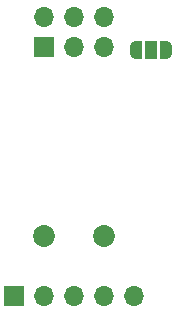
<source format=gbr>
G04 #@! TF.GenerationSoftware,KiCad,Pcbnew,7.0.6*
G04 #@! TF.CreationDate,2023-11-12T09:34:07+05:30*
G04 #@! TF.ProjectId,AVR-Miner,4156522d-4d69-46e6-9572-2e6b69636164,rev?*
G04 #@! TF.SameCoordinates,Original*
G04 #@! TF.FileFunction,Soldermask,Bot*
G04 #@! TF.FilePolarity,Negative*
%FSLAX46Y46*%
G04 Gerber Fmt 4.6, Leading zero omitted, Abs format (unit mm)*
G04 Created by KiCad (PCBNEW 7.0.6) date 2023-11-12 09:34:07*
%MOMM*%
%LPD*%
G01*
G04 APERTURE LIST*
G04 Aperture macros list*
%AMFreePoly0*
4,1,19,0.550000,-0.750000,0.000000,-0.750000,0.000000,-0.744911,-0.071157,-0.744911,-0.207708,-0.704816,-0.327430,-0.627875,-0.420627,-0.520320,-0.479746,-0.390866,-0.500000,-0.250000,-0.500000,0.250000,-0.479746,0.390866,-0.420627,0.520320,-0.327430,0.627875,-0.207708,0.704816,-0.071157,0.744911,0.000000,0.744911,0.000000,0.750000,0.550000,0.750000,0.550000,-0.750000,0.550000,-0.750000,
$1*%
%AMFreePoly1*
4,1,19,0.000000,0.744911,0.071157,0.744911,0.207708,0.704816,0.327430,0.627875,0.420627,0.520320,0.479746,0.390866,0.500000,0.250000,0.500000,-0.250000,0.479746,-0.390866,0.420627,-0.520320,0.327430,-0.627875,0.207708,-0.704816,0.071157,-0.744911,0.000000,-0.744911,0.000000,-0.750000,-0.550000,-0.750000,-0.550000,0.750000,0.000000,0.750000,0.000000,0.744911,0.000000,0.744911,
$1*%
G04 Aperture macros list end*
%ADD10R,1.700000X1.700000*%
%ADD11O,1.700000X1.700000*%
%ADD12C,1.854200*%
%ADD13FreePoly0,0.000000*%
%ADD14R,1.000000X1.500000*%
%ADD15FreePoly1,0.000000*%
G04 APERTURE END LIST*
D10*
G04 #@! TO.C,J2*
X142475000Y-79000000D03*
D11*
X142475000Y-76460000D03*
X145015000Y-79000000D03*
X145015000Y-76460000D03*
X147555000Y-79000000D03*
X147555000Y-76460000D03*
G04 #@! TD*
D12*
G04 #@! TO.C,Y1*
X142450000Y-95000000D03*
X147530000Y-95000000D03*
G04 #@! TD*
D10*
G04 #@! TO.C,J1*
X139925000Y-100000000D03*
D11*
X142465000Y-100000000D03*
X145005000Y-100000000D03*
X147545000Y-100000000D03*
X150085000Y-100000000D03*
G04 #@! TD*
D13*
G04 #@! TO.C,JP1*
X150200000Y-79250000D03*
D14*
X151500000Y-79250000D03*
D15*
X152800000Y-79250000D03*
G04 #@! TD*
M02*

</source>
